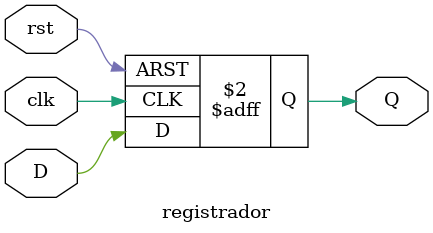
<source format=sv>
module registrador(
    input logic clk,rst,
    input logic D,
    output logic Q
);

    // Lógica para registrar os sinais de entrada e saída
    always_ff @(posedge clk or posedge rst) begin
        if (rst)
            Q <= 1'b0;
        else
            Q <= D;
    end
endmodule
</source>
